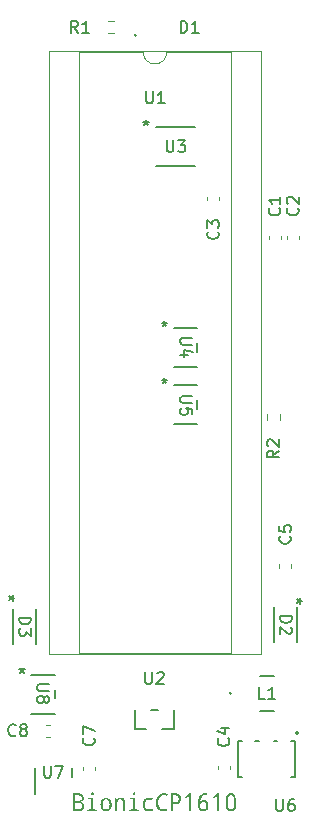
<source format=gbr>
%TF.GenerationSoftware,KiCad,Pcbnew,9.0.7-9.0.7~ubuntu25.10.1*%
%TF.CreationDate,2026-03-01T16:55:49+09:00*%
%TF.ProjectId,bionic-cp1610,62696f6e-6963-42d6-9370-313631302e6b,1*%
%TF.SameCoordinates,Original*%
%TF.FileFunction,Legend,Top*%
%TF.FilePolarity,Positive*%
%FSLAX46Y46*%
G04 Gerber Fmt 4.6, Leading zero omitted, Abs format (unit mm)*
G04 Created by KiCad (PCBNEW 9.0.7-9.0.7~ubuntu25.10.1) date 2026-03-01 16:55:49*
%MOMM*%
%LPD*%
G01*
G04 APERTURE LIST*
%ADD10C,0.150000*%
%ADD11C,0.120000*%
%ADD12C,0.152400*%
%ADD13C,0.200000*%
G04 APERTURE END LIST*
D10*
G36*
X92213894Y-107218757D02*
G01*
X92318812Y-107237766D01*
X92398511Y-107265897D01*
X92458042Y-107301248D01*
X92508129Y-107350779D01*
X92544591Y-107413340D01*
X92567797Y-107491779D01*
X92576183Y-107590309D01*
X92567459Y-107674461D01*
X92542390Y-107746204D01*
X92501041Y-107808296D01*
X92446468Y-107857733D01*
X92379651Y-107892961D01*
X92297843Y-107913717D01*
X92297843Y-107923975D01*
X92402621Y-107952084D01*
X92481443Y-107992558D01*
X92539620Y-108043906D01*
X92580737Y-108106517D01*
X92606258Y-108182617D01*
X92615335Y-108275960D01*
X92607070Y-108376121D01*
X92583604Y-108461079D01*
X92545870Y-108533716D01*
X92493348Y-108596070D01*
X92429789Y-108645134D01*
X92354787Y-108681292D01*
X92266141Y-108704173D01*
X92161067Y-108712300D01*
X91657048Y-108712300D01*
X91657048Y-108549359D01*
X91835882Y-108549359D01*
X92129523Y-108549359D01*
X92228518Y-108539923D01*
X92301850Y-108514630D01*
X92355603Y-108476164D01*
X92393852Y-108424484D01*
X92418084Y-108356843D01*
X92426926Y-108268266D01*
X92418245Y-108188342D01*
X92394183Y-108126395D01*
X92355487Y-108078112D01*
X92299932Y-108041429D01*
X92222709Y-108016919D01*
X92117043Y-108007689D01*
X91835882Y-108007689D01*
X91835882Y-108549359D01*
X91657048Y-108549359D01*
X91657048Y-107844749D01*
X91835882Y-107844749D01*
X92107554Y-107844749D01*
X92206248Y-107837185D01*
X92276409Y-107817452D01*
X92325113Y-107788695D01*
X92361487Y-107745917D01*
X92384818Y-107686021D01*
X92393501Y-107603040D01*
X92384440Y-107525508D01*
X92359761Y-107468828D01*
X92320326Y-107427643D01*
X92268769Y-107400616D01*
X92193979Y-107381844D01*
X92088405Y-107374612D01*
X91835882Y-107374612D01*
X91835882Y-107844749D01*
X91657048Y-107844749D01*
X91657048Y-107211671D01*
X92077890Y-107211671D01*
X92213894Y-107218757D01*
G37*
G36*
X93308276Y-107123744D02*
G01*
X93353723Y-107131464D01*
X93383716Y-107152234D01*
X93402502Y-107186656D01*
X93409661Y-107240431D01*
X93401482Y-107294134D01*
X93379485Y-107329091D01*
X93346700Y-107350910D01*
X93308276Y-107358217D01*
X93262409Y-107350425D01*
X93232138Y-107329460D01*
X93213176Y-107294714D01*
X93205950Y-107240431D01*
X93213146Y-107186750D01*
X93232058Y-107152322D01*
X93262324Y-107131497D01*
X93308276Y-107123744D01*
G37*
G36*
X93220226Y-107733374D02*
G01*
X92963002Y-107712033D01*
X92963002Y-107586828D01*
X93394359Y-107586828D01*
X93394359Y-108565754D01*
X93730999Y-108586270D01*
X93730999Y-108712300D01*
X92891280Y-108712300D01*
X92891280Y-108586270D01*
X93220226Y-108565754D01*
X93220226Y-107733374D01*
G37*
G36*
X94568365Y-107579577D02*
G01*
X94657565Y-107609447D01*
X94737007Y-107658495D01*
X94808367Y-107728153D01*
X94864909Y-107811133D01*
X94906223Y-107907395D01*
X94932149Y-108019441D01*
X94941296Y-108150480D01*
X94932130Y-108286102D01*
X94906330Y-108400435D01*
X94865565Y-108497097D01*
X94810247Y-108578943D01*
X94740022Y-108647004D01*
X94659895Y-108695464D01*
X94567902Y-108725317D01*
X94461212Y-108735747D01*
X94360818Y-108725432D01*
X94272148Y-108695556D01*
X94192800Y-108646380D01*
X94121153Y-108576378D01*
X94064503Y-108493090D01*
X94023049Y-108396179D01*
X93996998Y-108283073D01*
X93987796Y-108150480D01*
X94167571Y-108150480D01*
X94175629Y-108280561D01*
X94197272Y-108379617D01*
X94229677Y-108454085D01*
X94271518Y-108509093D01*
X94323143Y-108548074D01*
X94386522Y-108572371D01*
X94464974Y-108581050D01*
X94543116Y-108572385D01*
X94606267Y-108548123D01*
X94657728Y-108509183D01*
X94699458Y-108454203D01*
X94731790Y-108379737D01*
X94753392Y-108280645D01*
X94761435Y-108150480D01*
X94753398Y-108021948D01*
X94731793Y-107923960D01*
X94699405Y-107850179D01*
X94657514Y-107795574D01*
X94605728Y-107756802D01*
X94542036Y-107732596D01*
X94463093Y-107723940D01*
X94385078Y-107732552D01*
X94322073Y-107756655D01*
X94270775Y-107795308D01*
X94229219Y-107849829D01*
X94197048Y-107923603D01*
X94175567Y-108021697D01*
X94167571Y-108150480D01*
X93987796Y-108150480D01*
X93996866Y-108015782D01*
X94022389Y-107902245D01*
X94062706Y-107806276D01*
X94117392Y-107725039D01*
X94186893Y-107657605D01*
X94266798Y-107609443D01*
X94359164Y-107579674D01*
X94466940Y-107569243D01*
X94568365Y-107579577D01*
G37*
G36*
X95900950Y-108712300D02*
G01*
X95900950Y-107989646D01*
X95893450Y-107901943D01*
X95873279Y-107836669D01*
X95842429Y-107788513D01*
X95800686Y-107753999D01*
X95745686Y-107731998D01*
X95673304Y-107723940D01*
X95595030Y-107732332D01*
X95532087Y-107755744D01*
X95481135Y-107793090D01*
X95440119Y-107845428D01*
X95408543Y-107915809D01*
X95387546Y-108008916D01*
X95379748Y-108130696D01*
X95379748Y-108712300D01*
X95205701Y-108712300D01*
X95205701Y-107586828D01*
X95346324Y-107586828D01*
X95372140Y-107741343D01*
X95381715Y-107741343D01*
X95425373Y-107680177D01*
X95477786Y-107633030D01*
X95540090Y-107598626D01*
X95614264Y-107576947D01*
X95702967Y-107569243D01*
X95807654Y-107578751D01*
X95889901Y-107604833D01*
X95954414Y-107645286D01*
X96004540Y-107700027D01*
X96041891Y-107771094D01*
X96066128Y-107862375D01*
X96074998Y-107979205D01*
X96074998Y-108712300D01*
X95900950Y-108712300D01*
G37*
G36*
X96832993Y-107123744D02*
G01*
X96878441Y-107131464D01*
X96908433Y-107152234D01*
X96927220Y-107186656D01*
X96934379Y-107240431D01*
X96926199Y-107294134D01*
X96904202Y-107329091D01*
X96871418Y-107350910D01*
X96832993Y-107358217D01*
X96787126Y-107350425D01*
X96756855Y-107329460D01*
X96737894Y-107294714D01*
X96730668Y-107240431D01*
X96737864Y-107186750D01*
X96756775Y-107152322D01*
X96787041Y-107131497D01*
X96832993Y-107123744D01*
G37*
G36*
X96744944Y-107733374D02*
G01*
X96487720Y-107712033D01*
X96487720Y-107586828D01*
X96919077Y-107586828D01*
X96919077Y-108565754D01*
X97255717Y-108586270D01*
X97255717Y-108712300D01*
X96415998Y-108712300D01*
X96415998Y-108586270D01*
X96744944Y-108565754D01*
X96744944Y-107733374D01*
G37*
G36*
X98417201Y-107629693D02*
G01*
X98357875Y-107791626D01*
X98260750Y-107757163D01*
X98175925Y-107738114D01*
X98101591Y-107732183D01*
X98003603Y-107741624D01*
X97925996Y-107767670D01*
X97864452Y-107808456D01*
X97816031Y-107864324D01*
X97779525Y-107937762D01*
X97755623Y-108033095D01*
X97746828Y-108156067D01*
X97755428Y-108277239D01*
X97778784Y-108371083D01*
X97814417Y-108443279D01*
X97861608Y-108498113D01*
X97921494Y-108538081D01*
X97996903Y-108563573D01*
X98092016Y-108572806D01*
X98191119Y-108565981D01*
X98293171Y-108545100D01*
X98398993Y-108509242D01*
X98398993Y-108673190D01*
X98311634Y-108706637D01*
X98207749Y-108728082D01*
X98084323Y-108735747D01*
X97962229Y-108725356D01*
X97860209Y-108696147D01*
X97774618Y-108649877D01*
X97702718Y-108586637D01*
X97645754Y-108508213D01*
X97603551Y-108413174D01*
X97576621Y-108298109D01*
X97566968Y-108158631D01*
X97573400Y-108040918D01*
X97591514Y-107940557D01*
X97619962Y-107854978D01*
X97658020Y-107781999D01*
X97705624Y-107719910D01*
X97778920Y-107656106D01*
X97866350Y-107609338D01*
X97970749Y-107579771D01*
X98095863Y-107569243D01*
X98208282Y-107576092D01*
X98315113Y-107596312D01*
X98417201Y-107629693D01*
G37*
G36*
X99652374Y-108508235D02*
G01*
X99652374Y-108675022D01*
X99557616Y-108707395D01*
X99444556Y-108728267D01*
X99310007Y-108735747D01*
X99191435Y-108726791D01*
X99089271Y-108701356D01*
X99000878Y-108660831D01*
X98924149Y-108605536D01*
X98857620Y-108534704D01*
X98804272Y-108453294D01*
X98761194Y-108357854D01*
X98728791Y-108246206D01*
X98708102Y-108115714D01*
X98700755Y-107963359D01*
X98708477Y-107819250D01*
X98730455Y-107693295D01*
X98765363Y-107582997D01*
X98812514Y-107486221D01*
X98871896Y-107401265D01*
X98944293Y-107327614D01*
X99025730Y-107270474D01*
X99117469Y-107228937D01*
X99221330Y-107203104D01*
X99339584Y-107194086D01*
X99477848Y-107204507D01*
X99599053Y-107234323D01*
X99705888Y-107282197D01*
X99631259Y-107442023D01*
X99531087Y-107396806D01*
X99434270Y-107370679D01*
X99339584Y-107362156D01*
X99239848Y-107372787D01*
X99153630Y-107403352D01*
X99078140Y-107453419D01*
X99011579Y-107524638D01*
X98960233Y-107608533D01*
X98922076Y-107707836D01*
X98897805Y-107825446D01*
X98889164Y-107964916D01*
X98897621Y-108114361D01*
X98920945Y-108235855D01*
X98956787Y-108334211D01*
X99003885Y-108413438D01*
X99066294Y-108479575D01*
X99141173Y-108527222D01*
X99231062Y-108557068D01*
X99339670Y-108567677D01*
X99421951Y-108562085D01*
X99524869Y-108543366D01*
X99652374Y-108508235D01*
G37*
G36*
X100435649Y-107220399D02*
G01*
X100538095Y-107244281D01*
X100619155Y-107280710D01*
X100682763Y-107328354D01*
X100731756Y-107387278D01*
X100767633Y-107458939D01*
X100790400Y-107546030D01*
X100798557Y-107652224D01*
X100789521Y-107763210D01*
X100763936Y-107856840D01*
X100722934Y-107936394D01*
X100666055Y-108004209D01*
X100597227Y-108056689D01*
X100512496Y-108096139D01*
X100408531Y-108121597D01*
X100281202Y-108130788D01*
X100098520Y-108130788D01*
X100098520Y-108712300D01*
X99920626Y-108712300D01*
X99920626Y-107967847D01*
X100098520Y-107967847D01*
X100261113Y-107967847D01*
X100358907Y-107962012D01*
X100433780Y-107946376D01*
X100490272Y-107923174D01*
X100532186Y-107893750D01*
X100566409Y-107853836D01*
X100591773Y-107803576D01*
X100608083Y-107740652D01*
X100613995Y-107661933D01*
X100604679Y-107572657D01*
X100578996Y-107503952D01*
X100538064Y-107450909D01*
X100479893Y-107411001D01*
X100399746Y-107384535D01*
X100290776Y-107374612D01*
X100098520Y-107374612D01*
X100098520Y-107967847D01*
X99920626Y-107967847D01*
X99920626Y-107211671D01*
X100307018Y-107211671D01*
X100435649Y-107220399D01*
G37*
G36*
X101652125Y-108712300D02*
G01*
X101483805Y-108712300D01*
X101483805Y-107775414D01*
X101491498Y-107404929D01*
X101375752Y-107521066D01*
X101235129Y-107645447D01*
X101142378Y-107519051D01*
X101508681Y-107211671D01*
X101652125Y-107211671D01*
X101652125Y-108712300D01*
G37*
G36*
X102955557Y-107199476D02*
G01*
X103025014Y-107213595D01*
X103025014Y-107372414D01*
X102954057Y-107358116D01*
X102866268Y-107352905D01*
X102760485Y-107362884D01*
X102673927Y-107390783D01*
X102602792Y-107434966D01*
X102544417Y-107495787D01*
X102500877Y-107568733D01*
X102465593Y-107664724D01*
X102440190Y-107789209D01*
X102427303Y-107948613D01*
X102438758Y-107948613D01*
X102479817Y-107885610D01*
X102528481Y-107837799D01*
X102585563Y-107803407D01*
X102652741Y-107781973D01*
X102732399Y-107774407D01*
X102824442Y-107782778D01*
X102902172Y-107806470D01*
X102968244Y-107844368D01*
X103024586Y-107896773D01*
X103069320Y-107960841D01*
X103102161Y-108036310D01*
X103122891Y-108125384D01*
X103130246Y-108230897D01*
X103122203Y-108347857D01*
X103099554Y-108446470D01*
X103063723Y-108529883D01*
X103015012Y-108600558D01*
X102953399Y-108658998D01*
X102882628Y-108700812D01*
X102800894Y-108726682D01*
X102705642Y-108735747D01*
X102623917Y-108728521D01*
X102551229Y-108707634D01*
X102485956Y-108673557D01*
X102426880Y-108625793D01*
X102373276Y-108562914D01*
X102322163Y-108474358D01*
X102283465Y-108366132D01*
X102258434Y-108234308D01*
X102256161Y-108193986D01*
X102423456Y-108193986D01*
X102432429Y-108295301D01*
X102458356Y-108384328D01*
X102500905Y-108463538D01*
X102543701Y-108514136D01*
X102590996Y-108548932D01*
X102643760Y-108569771D01*
X102703676Y-108576928D01*
X102780644Y-108566338D01*
X102842751Y-108536297D01*
X102893538Y-108486619D01*
X102929753Y-108422346D01*
X102953279Y-108338613D01*
X102961926Y-108229981D01*
X102953685Y-108133045D01*
X102931206Y-108058374D01*
X102896359Y-108001003D01*
X102848068Y-107957546D01*
X102787043Y-107930613D01*
X102709403Y-107920953D01*
X102631514Y-107930520D01*
X102564438Y-107958170D01*
X102505692Y-108004117D01*
X102458980Y-108063892D01*
X102432307Y-108126505D01*
X102423456Y-108193986D01*
X102256161Y-108193986D01*
X102249408Y-108074185D01*
X102257712Y-107880966D01*
X102280722Y-107720841D01*
X102316033Y-107588949D01*
X102361906Y-107480988D01*
X102417355Y-107393306D01*
X102482220Y-107323043D01*
X102557176Y-107268281D01*
X102643690Y-107228165D01*
X102743912Y-107202969D01*
X102860541Y-107194086D01*
X102955557Y-107199476D01*
G37*
G36*
X104001936Y-108712300D02*
G01*
X103833616Y-108712300D01*
X103833616Y-107775414D01*
X103841310Y-107404929D01*
X103725563Y-107521066D01*
X103584940Y-107645447D01*
X103492189Y-107519051D01*
X103858492Y-107211671D01*
X104001936Y-107211671D01*
X104001936Y-108712300D01*
G37*
G36*
X105123748Y-107196605D02*
G01*
X105198642Y-107220627D01*
X105264150Y-107259659D01*
X105321831Y-107314488D01*
X105372432Y-107387252D01*
X105418175Y-107486987D01*
X105453755Y-107612314D01*
X105477221Y-107768471D01*
X105485785Y-107961436D01*
X105477685Y-108155562D01*
X105455573Y-108311194D01*
X105422250Y-108434598D01*
X105379771Y-108531305D01*
X105329321Y-108605977D01*
X105271104Y-108662209D01*
X105204312Y-108702301D01*
X105127198Y-108727067D01*
X105037245Y-108735747D01*
X104952025Y-108727410D01*
X104878060Y-108703481D01*
X104813175Y-108664531D01*
X104755857Y-108609706D01*
X104705392Y-108536811D01*
X104659892Y-108437081D01*
X104624469Y-108311591D01*
X104601089Y-108155052D01*
X104592552Y-107961436D01*
X104592571Y-107960978D01*
X104769420Y-107960978D01*
X104774709Y-108133471D01*
X104788759Y-108264634D01*
X104809155Y-108362128D01*
X104833962Y-108432764D01*
X104872378Y-108497778D01*
X104918097Y-108541622D01*
X104972160Y-108567812D01*
X105037245Y-108576928D01*
X105103265Y-108567761D01*
X105158169Y-108541430D01*
X105204648Y-108497397D01*
X105243777Y-108432214D01*
X105269190Y-108361275D01*
X105290039Y-108263705D01*
X105304379Y-108132791D01*
X105309771Y-107960978D01*
X105304390Y-107790311D01*
X105290067Y-107660029D01*
X105269221Y-107562710D01*
X105243777Y-107491757D01*
X105204648Y-107426574D01*
X105158169Y-107382541D01*
X105103265Y-107356210D01*
X105037245Y-107347043D01*
X104972130Y-107356139D01*
X104918060Y-107382263D01*
X104872353Y-107425973D01*
X104833962Y-107490749D01*
X104809155Y-107561127D01*
X104788760Y-107658284D01*
X104774709Y-107789017D01*
X104769420Y-107960978D01*
X104592571Y-107960978D01*
X104600608Y-107767307D01*
X104622591Y-107611743D01*
X104655709Y-107488464D01*
X104697902Y-107391924D01*
X104747976Y-107317446D01*
X104805709Y-107261412D01*
X104871887Y-107221496D01*
X104948236Y-107196857D01*
X105037245Y-107188224D01*
X105123748Y-107196605D01*
G37*
X86802933Y-102277180D02*
X86755314Y-102324800D01*
X86755314Y-102324800D02*
X86612457Y-102372419D01*
X86612457Y-102372419D02*
X86517219Y-102372419D01*
X86517219Y-102372419D02*
X86374362Y-102324800D01*
X86374362Y-102324800D02*
X86279124Y-102229561D01*
X86279124Y-102229561D02*
X86231505Y-102134323D01*
X86231505Y-102134323D02*
X86183886Y-101943847D01*
X86183886Y-101943847D02*
X86183886Y-101800990D01*
X86183886Y-101800990D02*
X86231505Y-101610514D01*
X86231505Y-101610514D02*
X86279124Y-101515276D01*
X86279124Y-101515276D02*
X86374362Y-101420038D01*
X86374362Y-101420038D02*
X86517219Y-101372419D01*
X86517219Y-101372419D02*
X86612457Y-101372419D01*
X86612457Y-101372419D02*
X86755314Y-101420038D01*
X86755314Y-101420038D02*
X86802933Y-101467657D01*
X87374362Y-101800990D02*
X87279124Y-101753371D01*
X87279124Y-101753371D02*
X87231505Y-101705752D01*
X87231505Y-101705752D02*
X87183886Y-101610514D01*
X87183886Y-101610514D02*
X87183886Y-101562895D01*
X87183886Y-101562895D02*
X87231505Y-101467657D01*
X87231505Y-101467657D02*
X87279124Y-101420038D01*
X87279124Y-101420038D02*
X87374362Y-101372419D01*
X87374362Y-101372419D02*
X87564838Y-101372419D01*
X87564838Y-101372419D02*
X87660076Y-101420038D01*
X87660076Y-101420038D02*
X87707695Y-101467657D01*
X87707695Y-101467657D02*
X87755314Y-101562895D01*
X87755314Y-101562895D02*
X87755314Y-101610514D01*
X87755314Y-101610514D02*
X87707695Y-101705752D01*
X87707695Y-101705752D02*
X87660076Y-101753371D01*
X87660076Y-101753371D02*
X87564838Y-101800990D01*
X87564838Y-101800990D02*
X87374362Y-101800990D01*
X87374362Y-101800990D02*
X87279124Y-101848609D01*
X87279124Y-101848609D02*
X87231505Y-101896228D01*
X87231505Y-101896228D02*
X87183886Y-101991466D01*
X87183886Y-101991466D02*
X87183886Y-102181942D01*
X87183886Y-102181942D02*
X87231505Y-102277180D01*
X87231505Y-102277180D02*
X87279124Y-102324800D01*
X87279124Y-102324800D02*
X87374362Y-102372419D01*
X87374362Y-102372419D02*
X87564838Y-102372419D01*
X87564838Y-102372419D02*
X87660076Y-102324800D01*
X87660076Y-102324800D02*
X87707695Y-102277180D01*
X87707695Y-102277180D02*
X87755314Y-102181942D01*
X87755314Y-102181942D02*
X87755314Y-101991466D01*
X87755314Y-101991466D02*
X87707695Y-101896228D01*
X87707695Y-101896228D02*
X87660076Y-101848609D01*
X87660076Y-101848609D02*
X87564838Y-101800990D01*
X92086133Y-42809419D02*
X91752800Y-42333228D01*
X91514705Y-42809419D02*
X91514705Y-41809419D01*
X91514705Y-41809419D02*
X91895657Y-41809419D01*
X91895657Y-41809419D02*
X91990895Y-41857038D01*
X91990895Y-41857038D02*
X92038514Y-41904657D01*
X92038514Y-41904657D02*
X92086133Y-41999895D01*
X92086133Y-41999895D02*
X92086133Y-42142752D01*
X92086133Y-42142752D02*
X92038514Y-42237990D01*
X92038514Y-42237990D02*
X91990895Y-42285609D01*
X91990895Y-42285609D02*
X91895657Y-42333228D01*
X91895657Y-42333228D02*
X91514705Y-42333228D01*
X93038514Y-42809419D02*
X92467086Y-42809419D01*
X92752800Y-42809419D02*
X92752800Y-41809419D01*
X92752800Y-41809419D02*
X92657562Y-41952276D01*
X92657562Y-41952276D02*
X92562324Y-42047514D01*
X92562324Y-42047514D02*
X92467086Y-42095133D01*
X93399780Y-102541466D02*
X93447400Y-102589085D01*
X93447400Y-102589085D02*
X93495019Y-102731942D01*
X93495019Y-102731942D02*
X93495019Y-102827180D01*
X93495019Y-102827180D02*
X93447400Y-102970037D01*
X93447400Y-102970037D02*
X93352161Y-103065275D01*
X93352161Y-103065275D02*
X93256923Y-103112894D01*
X93256923Y-103112894D02*
X93066447Y-103160513D01*
X93066447Y-103160513D02*
X92923590Y-103160513D01*
X92923590Y-103160513D02*
X92733114Y-103112894D01*
X92733114Y-103112894D02*
X92637876Y-103065275D01*
X92637876Y-103065275D02*
X92542638Y-102970037D01*
X92542638Y-102970037D02*
X92495019Y-102827180D01*
X92495019Y-102827180D02*
X92495019Y-102731942D01*
X92495019Y-102731942D02*
X92542638Y-102589085D01*
X92542638Y-102589085D02*
X92590257Y-102541466D01*
X92495019Y-102208132D02*
X92495019Y-101541466D01*
X92495019Y-101541466D02*
X93495019Y-101970037D01*
X109122380Y-57660766D02*
X109170000Y-57708385D01*
X109170000Y-57708385D02*
X109217619Y-57851242D01*
X109217619Y-57851242D02*
X109217619Y-57946480D01*
X109217619Y-57946480D02*
X109170000Y-58089337D01*
X109170000Y-58089337D02*
X109074761Y-58184575D01*
X109074761Y-58184575D02*
X108979523Y-58232194D01*
X108979523Y-58232194D02*
X108789047Y-58279813D01*
X108789047Y-58279813D02*
X108646190Y-58279813D01*
X108646190Y-58279813D02*
X108455714Y-58232194D01*
X108455714Y-58232194D02*
X108360476Y-58184575D01*
X108360476Y-58184575D02*
X108265238Y-58089337D01*
X108265238Y-58089337D02*
X108217619Y-57946480D01*
X108217619Y-57946480D02*
X108217619Y-57851242D01*
X108217619Y-57851242D02*
X108265238Y-57708385D01*
X108265238Y-57708385D02*
X108312857Y-57660766D01*
X109217619Y-56708385D02*
X109217619Y-57279813D01*
X109217619Y-56994099D02*
X108217619Y-56994099D01*
X108217619Y-56994099D02*
X108360476Y-57089337D01*
X108360476Y-57089337D02*
X108455714Y-57184575D01*
X108455714Y-57184575D02*
X108503333Y-57279813D01*
X107910333Y-99197419D02*
X107434143Y-99197419D01*
X107434143Y-99197419D02*
X107434143Y-98197419D01*
X108767476Y-99197419D02*
X108196048Y-99197419D01*
X108481762Y-99197419D02*
X108481762Y-98197419D01*
X108481762Y-98197419D02*
X108386524Y-98340276D01*
X108386524Y-98340276D02*
X108291286Y-98435514D01*
X108291286Y-98435514D02*
X108196048Y-98483133D01*
X97840895Y-47778419D02*
X97840895Y-48587942D01*
X97840895Y-48587942D02*
X97888514Y-48683180D01*
X97888514Y-48683180D02*
X97936133Y-48730800D01*
X97936133Y-48730800D02*
X98031371Y-48778419D01*
X98031371Y-48778419D02*
X98221847Y-48778419D01*
X98221847Y-48778419D02*
X98317085Y-48730800D01*
X98317085Y-48730800D02*
X98364704Y-48683180D01*
X98364704Y-48683180D02*
X98412323Y-48587942D01*
X98412323Y-48587942D02*
X98412323Y-47778419D01*
X99412323Y-48778419D02*
X98840895Y-48778419D01*
X99126609Y-48778419D02*
X99126609Y-47778419D01*
X99126609Y-47778419D02*
X99031371Y-47921276D01*
X99031371Y-47921276D02*
X98936133Y-48016514D01*
X98936133Y-48016514D02*
X98840895Y-48064133D01*
X109090619Y-78208266D02*
X108614428Y-78541599D01*
X109090619Y-78779694D02*
X108090619Y-78779694D01*
X108090619Y-78779694D02*
X108090619Y-78398742D01*
X108090619Y-78398742D02*
X108138238Y-78303504D01*
X108138238Y-78303504D02*
X108185857Y-78255885D01*
X108185857Y-78255885D02*
X108281095Y-78208266D01*
X108281095Y-78208266D02*
X108423952Y-78208266D01*
X108423952Y-78208266D02*
X108519190Y-78255885D01*
X108519190Y-78255885D02*
X108566809Y-78303504D01*
X108566809Y-78303504D02*
X108614428Y-78398742D01*
X108614428Y-78398742D02*
X108614428Y-78779694D01*
X108185857Y-77827313D02*
X108138238Y-77779694D01*
X108138238Y-77779694D02*
X108090619Y-77684456D01*
X108090619Y-77684456D02*
X108090619Y-77446361D01*
X108090619Y-77446361D02*
X108138238Y-77351123D01*
X108138238Y-77351123D02*
X108185857Y-77303504D01*
X108185857Y-77303504D02*
X108281095Y-77255885D01*
X108281095Y-77255885D02*
X108376333Y-77255885D01*
X108376333Y-77255885D02*
X108519190Y-77303504D01*
X108519190Y-77303504D02*
X109090619Y-77874932D01*
X109090619Y-77874932D02*
X109090619Y-77255885D01*
X104804380Y-102566866D02*
X104852000Y-102614485D01*
X104852000Y-102614485D02*
X104899619Y-102757342D01*
X104899619Y-102757342D02*
X104899619Y-102852580D01*
X104899619Y-102852580D02*
X104852000Y-102995437D01*
X104852000Y-102995437D02*
X104756761Y-103090675D01*
X104756761Y-103090675D02*
X104661523Y-103138294D01*
X104661523Y-103138294D02*
X104471047Y-103185913D01*
X104471047Y-103185913D02*
X104328190Y-103185913D01*
X104328190Y-103185913D02*
X104137714Y-103138294D01*
X104137714Y-103138294D02*
X104042476Y-103090675D01*
X104042476Y-103090675D02*
X103947238Y-102995437D01*
X103947238Y-102995437D02*
X103899619Y-102852580D01*
X103899619Y-102852580D02*
X103899619Y-102757342D01*
X103899619Y-102757342D02*
X103947238Y-102614485D01*
X103947238Y-102614485D02*
X103994857Y-102566866D01*
X104232952Y-101709723D02*
X104899619Y-101709723D01*
X103852000Y-101947818D02*
X104566285Y-102185913D01*
X104566285Y-102185913D02*
X104566285Y-101566866D01*
X103915380Y-59666266D02*
X103963000Y-59713885D01*
X103963000Y-59713885D02*
X104010619Y-59856742D01*
X104010619Y-59856742D02*
X104010619Y-59951980D01*
X104010619Y-59951980D02*
X103963000Y-60094837D01*
X103963000Y-60094837D02*
X103867761Y-60190075D01*
X103867761Y-60190075D02*
X103772523Y-60237694D01*
X103772523Y-60237694D02*
X103582047Y-60285313D01*
X103582047Y-60285313D02*
X103439190Y-60285313D01*
X103439190Y-60285313D02*
X103248714Y-60237694D01*
X103248714Y-60237694D02*
X103153476Y-60190075D01*
X103153476Y-60190075D02*
X103058238Y-60094837D01*
X103058238Y-60094837D02*
X103010619Y-59951980D01*
X103010619Y-59951980D02*
X103010619Y-59856742D01*
X103010619Y-59856742D02*
X103058238Y-59713885D01*
X103058238Y-59713885D02*
X103105857Y-59666266D01*
X103010619Y-59332932D02*
X103010619Y-58713885D01*
X103010619Y-58713885D02*
X103391571Y-59047218D01*
X103391571Y-59047218D02*
X103391571Y-58904361D01*
X103391571Y-58904361D02*
X103439190Y-58809123D01*
X103439190Y-58809123D02*
X103486809Y-58761504D01*
X103486809Y-58761504D02*
X103582047Y-58713885D01*
X103582047Y-58713885D02*
X103820142Y-58713885D01*
X103820142Y-58713885D02*
X103915380Y-58761504D01*
X103915380Y-58761504D02*
X103963000Y-58809123D01*
X103963000Y-58809123D02*
X104010619Y-58904361D01*
X104010619Y-58904361D02*
X104010619Y-59190075D01*
X104010619Y-59190075D02*
X103963000Y-59285313D01*
X103963000Y-59285313D02*
X103915380Y-59332932D01*
X108864495Y-107697019D02*
X108864495Y-108506542D01*
X108864495Y-108506542D02*
X108912114Y-108601780D01*
X108912114Y-108601780D02*
X108959733Y-108649400D01*
X108959733Y-108649400D02*
X109054971Y-108697019D01*
X109054971Y-108697019D02*
X109245447Y-108697019D01*
X109245447Y-108697019D02*
X109340685Y-108649400D01*
X109340685Y-108649400D02*
X109388304Y-108601780D01*
X109388304Y-108601780D02*
X109435923Y-108506542D01*
X109435923Y-108506542D02*
X109435923Y-107697019D01*
X110340685Y-107697019D02*
X110150209Y-107697019D01*
X110150209Y-107697019D02*
X110054971Y-107744638D01*
X110054971Y-107744638D02*
X110007352Y-107792257D01*
X110007352Y-107792257D02*
X109912114Y-107935114D01*
X109912114Y-107935114D02*
X109864495Y-108125590D01*
X109864495Y-108125590D02*
X109864495Y-108506542D01*
X109864495Y-108506542D02*
X109912114Y-108601780D01*
X109912114Y-108601780D02*
X109959733Y-108649400D01*
X109959733Y-108649400D02*
X110054971Y-108697019D01*
X110054971Y-108697019D02*
X110245447Y-108697019D01*
X110245447Y-108697019D02*
X110340685Y-108649400D01*
X110340685Y-108649400D02*
X110388304Y-108601780D01*
X110388304Y-108601780D02*
X110435923Y-108506542D01*
X110435923Y-108506542D02*
X110435923Y-108268447D01*
X110435923Y-108268447D02*
X110388304Y-108173209D01*
X110388304Y-108173209D02*
X110340685Y-108125590D01*
X110340685Y-108125590D02*
X110245447Y-108077971D01*
X110245447Y-108077971D02*
X110054971Y-108077971D01*
X110054971Y-108077971D02*
X109959733Y-108125590D01*
X109959733Y-108125590D02*
X109912114Y-108173209D01*
X109912114Y-108173209D02*
X109864495Y-108268447D01*
X87098980Y-92327605D02*
X88098980Y-92327605D01*
X88098980Y-92327605D02*
X88098980Y-92565700D01*
X88098980Y-92565700D02*
X88051361Y-92708557D01*
X88051361Y-92708557D02*
X87956123Y-92803795D01*
X87956123Y-92803795D02*
X87860885Y-92851414D01*
X87860885Y-92851414D02*
X87670409Y-92899033D01*
X87670409Y-92899033D02*
X87527552Y-92899033D01*
X87527552Y-92899033D02*
X87337076Y-92851414D01*
X87337076Y-92851414D02*
X87241838Y-92803795D01*
X87241838Y-92803795D02*
X87146600Y-92708557D01*
X87146600Y-92708557D02*
X87098980Y-92565700D01*
X87098980Y-92565700D02*
X87098980Y-92327605D01*
X88098980Y-93232367D02*
X88098980Y-93851414D01*
X88098980Y-93851414D02*
X87718028Y-93518081D01*
X87718028Y-93518081D02*
X87718028Y-93660938D01*
X87718028Y-93660938D02*
X87670409Y-93756176D01*
X87670409Y-93756176D02*
X87622790Y-93803795D01*
X87622790Y-93803795D02*
X87527552Y-93851414D01*
X87527552Y-93851414D02*
X87289457Y-93851414D01*
X87289457Y-93851414D02*
X87194219Y-93803795D01*
X87194219Y-93803795D02*
X87146600Y-93756176D01*
X87146600Y-93756176D02*
X87098980Y-93660938D01*
X87098980Y-93660938D02*
X87098980Y-93375224D01*
X87098980Y-93375224D02*
X87146600Y-93279986D01*
X87146600Y-93279986D02*
X87194219Y-93232367D01*
X86701980Y-90690800D02*
X86463885Y-90690800D01*
X86559123Y-90452705D02*
X86463885Y-90690800D01*
X86463885Y-90690800D02*
X86559123Y-90928895D01*
X86273409Y-90547943D02*
X86463885Y-90690800D01*
X86463885Y-90690800D02*
X86273409Y-90833657D01*
X99587195Y-51903019D02*
X99587195Y-52712542D01*
X99587195Y-52712542D02*
X99634814Y-52807780D01*
X99634814Y-52807780D02*
X99682433Y-52855400D01*
X99682433Y-52855400D02*
X99777671Y-52903019D01*
X99777671Y-52903019D02*
X99968147Y-52903019D01*
X99968147Y-52903019D02*
X100063385Y-52855400D01*
X100063385Y-52855400D02*
X100111004Y-52807780D01*
X100111004Y-52807780D02*
X100158623Y-52712542D01*
X100158623Y-52712542D02*
X100158623Y-51903019D01*
X100539576Y-51903019D02*
X101158623Y-51903019D01*
X101158623Y-51903019D02*
X100825290Y-52283971D01*
X100825290Y-52283971D02*
X100968147Y-52283971D01*
X100968147Y-52283971D02*
X101063385Y-52331590D01*
X101063385Y-52331590D02*
X101111004Y-52379209D01*
X101111004Y-52379209D02*
X101158623Y-52474447D01*
X101158623Y-52474447D02*
X101158623Y-52712542D01*
X101158623Y-52712542D02*
X101111004Y-52807780D01*
X101111004Y-52807780D02*
X101063385Y-52855400D01*
X101063385Y-52855400D02*
X100968147Y-52903019D01*
X100968147Y-52903019D02*
X100682433Y-52903019D01*
X100682433Y-52903019D02*
X100587195Y-52855400D01*
X100587195Y-52855400D02*
X100539576Y-52807780D01*
X97849100Y-50203019D02*
X97849100Y-50441114D01*
X97611005Y-50345876D02*
X97849100Y-50441114D01*
X97849100Y-50441114D02*
X98087195Y-50345876D01*
X97706243Y-50631590D02*
X97849100Y-50441114D01*
X97849100Y-50441114D02*
X97991957Y-50631590D01*
X97779895Y-96952019D02*
X97779895Y-97761542D01*
X97779895Y-97761542D02*
X97827514Y-97856780D01*
X97827514Y-97856780D02*
X97875133Y-97904400D01*
X97875133Y-97904400D02*
X97970371Y-97952019D01*
X97970371Y-97952019D02*
X98160847Y-97952019D01*
X98160847Y-97952019D02*
X98256085Y-97904400D01*
X98256085Y-97904400D02*
X98303704Y-97856780D01*
X98303704Y-97856780D02*
X98351323Y-97761542D01*
X98351323Y-97761542D02*
X98351323Y-96952019D01*
X98779895Y-97047257D02*
X98827514Y-96999638D01*
X98827514Y-96999638D02*
X98922752Y-96952019D01*
X98922752Y-96952019D02*
X99160847Y-96952019D01*
X99160847Y-96952019D02*
X99256085Y-96999638D01*
X99256085Y-96999638D02*
X99303704Y-97047257D01*
X99303704Y-97047257D02*
X99351323Y-97142495D01*
X99351323Y-97142495D02*
X99351323Y-97237733D01*
X99351323Y-97237733D02*
X99303704Y-97380590D01*
X99303704Y-97380590D02*
X98732276Y-97952019D01*
X98732276Y-97952019D02*
X99351323Y-97952019D01*
X100785705Y-42809419D02*
X100785705Y-41809419D01*
X100785705Y-41809419D02*
X101023800Y-41809419D01*
X101023800Y-41809419D02*
X101166657Y-41857038D01*
X101166657Y-41857038D02*
X101261895Y-41952276D01*
X101261895Y-41952276D02*
X101309514Y-42047514D01*
X101309514Y-42047514D02*
X101357133Y-42237990D01*
X101357133Y-42237990D02*
X101357133Y-42380847D01*
X101357133Y-42380847D02*
X101309514Y-42571323D01*
X101309514Y-42571323D02*
X101261895Y-42666561D01*
X101261895Y-42666561D02*
X101166657Y-42761800D01*
X101166657Y-42761800D02*
X101023800Y-42809419D01*
X101023800Y-42809419D02*
X100785705Y-42809419D01*
X102309514Y-42809419D02*
X101738086Y-42809419D01*
X102023800Y-42809419D02*
X102023800Y-41809419D01*
X102023800Y-41809419D02*
X101928562Y-41952276D01*
X101928562Y-41952276D02*
X101833324Y-42047514D01*
X101833324Y-42047514D02*
X101738086Y-42095133D01*
X110671780Y-57660766D02*
X110719400Y-57708385D01*
X110719400Y-57708385D02*
X110767019Y-57851242D01*
X110767019Y-57851242D02*
X110767019Y-57946480D01*
X110767019Y-57946480D02*
X110719400Y-58089337D01*
X110719400Y-58089337D02*
X110624161Y-58184575D01*
X110624161Y-58184575D02*
X110528923Y-58232194D01*
X110528923Y-58232194D02*
X110338447Y-58279813D01*
X110338447Y-58279813D02*
X110195590Y-58279813D01*
X110195590Y-58279813D02*
X110005114Y-58232194D01*
X110005114Y-58232194D02*
X109909876Y-58184575D01*
X109909876Y-58184575D02*
X109814638Y-58089337D01*
X109814638Y-58089337D02*
X109767019Y-57946480D01*
X109767019Y-57946480D02*
X109767019Y-57851242D01*
X109767019Y-57851242D02*
X109814638Y-57708385D01*
X109814638Y-57708385D02*
X109862257Y-57660766D01*
X109862257Y-57279813D02*
X109814638Y-57232194D01*
X109814638Y-57232194D02*
X109767019Y-57136956D01*
X109767019Y-57136956D02*
X109767019Y-56898861D01*
X109767019Y-56898861D02*
X109814638Y-56803623D01*
X109814638Y-56803623D02*
X109862257Y-56756004D01*
X109862257Y-56756004D02*
X109957495Y-56708385D01*
X109957495Y-56708385D02*
X110052733Y-56708385D01*
X110052733Y-56708385D02*
X110195590Y-56756004D01*
X110195590Y-56756004D02*
X110767019Y-57327432D01*
X110767019Y-57327432D02*
X110767019Y-56708385D01*
X101745180Y-73591696D02*
X100935657Y-73591696D01*
X100935657Y-73591696D02*
X100840419Y-73639315D01*
X100840419Y-73639315D02*
X100792800Y-73686934D01*
X100792800Y-73686934D02*
X100745180Y-73782172D01*
X100745180Y-73782172D02*
X100745180Y-73972648D01*
X100745180Y-73972648D02*
X100792800Y-74067886D01*
X100792800Y-74067886D02*
X100840419Y-74115505D01*
X100840419Y-74115505D02*
X100935657Y-74163124D01*
X100935657Y-74163124D02*
X101745180Y-74163124D01*
X101745180Y-75115505D02*
X101745180Y-74639315D01*
X101745180Y-74639315D02*
X101268990Y-74591696D01*
X101268990Y-74591696D02*
X101316609Y-74639315D01*
X101316609Y-74639315D02*
X101364228Y-74734553D01*
X101364228Y-74734553D02*
X101364228Y-74972648D01*
X101364228Y-74972648D02*
X101316609Y-75067886D01*
X101316609Y-75067886D02*
X101268990Y-75115505D01*
X101268990Y-75115505D02*
X101173752Y-75163124D01*
X101173752Y-75163124D02*
X100935657Y-75163124D01*
X100935657Y-75163124D02*
X100840419Y-75115505D01*
X100840419Y-75115505D02*
X100792800Y-75067886D01*
X100792800Y-75067886D02*
X100745180Y-74972648D01*
X100745180Y-74972648D02*
X100745180Y-74734553D01*
X100745180Y-74734553D02*
X100792800Y-74639315D01*
X100792800Y-74639315D02*
X100840419Y-74591696D01*
X99400000Y-72047419D02*
X99400000Y-72285514D01*
X99161905Y-72190276D02*
X99400000Y-72285514D01*
X99400000Y-72285514D02*
X99638095Y-72190276D01*
X99257143Y-72475990D02*
X99400000Y-72285514D01*
X99400000Y-72285514D02*
X99542857Y-72475990D01*
X89623030Y-97980696D02*
X88813507Y-97980696D01*
X88813507Y-97980696D02*
X88718269Y-98028315D01*
X88718269Y-98028315D02*
X88670650Y-98075934D01*
X88670650Y-98075934D02*
X88623030Y-98171172D01*
X88623030Y-98171172D02*
X88623030Y-98361648D01*
X88623030Y-98361648D02*
X88670650Y-98456886D01*
X88670650Y-98456886D02*
X88718269Y-98504505D01*
X88718269Y-98504505D02*
X88813507Y-98552124D01*
X88813507Y-98552124D02*
X89623030Y-98552124D01*
X89194459Y-99171172D02*
X89242078Y-99075934D01*
X89242078Y-99075934D02*
X89289697Y-99028315D01*
X89289697Y-99028315D02*
X89384935Y-98980696D01*
X89384935Y-98980696D02*
X89432554Y-98980696D01*
X89432554Y-98980696D02*
X89527792Y-99028315D01*
X89527792Y-99028315D02*
X89575411Y-99075934D01*
X89575411Y-99075934D02*
X89623030Y-99171172D01*
X89623030Y-99171172D02*
X89623030Y-99361648D01*
X89623030Y-99361648D02*
X89575411Y-99456886D01*
X89575411Y-99456886D02*
X89527792Y-99504505D01*
X89527792Y-99504505D02*
X89432554Y-99552124D01*
X89432554Y-99552124D02*
X89384935Y-99552124D01*
X89384935Y-99552124D02*
X89289697Y-99504505D01*
X89289697Y-99504505D02*
X89242078Y-99456886D01*
X89242078Y-99456886D02*
X89194459Y-99361648D01*
X89194459Y-99361648D02*
X89194459Y-99171172D01*
X89194459Y-99171172D02*
X89146840Y-99075934D01*
X89146840Y-99075934D02*
X89099221Y-99028315D01*
X89099221Y-99028315D02*
X89003983Y-98980696D01*
X89003983Y-98980696D02*
X88813507Y-98980696D01*
X88813507Y-98980696D02*
X88718269Y-99028315D01*
X88718269Y-99028315D02*
X88670650Y-99075934D01*
X88670650Y-99075934D02*
X88623030Y-99171172D01*
X88623030Y-99171172D02*
X88623030Y-99361648D01*
X88623030Y-99361648D02*
X88670650Y-99456886D01*
X88670650Y-99456886D02*
X88718269Y-99504505D01*
X88718269Y-99504505D02*
X88813507Y-99552124D01*
X88813507Y-99552124D02*
X89003983Y-99552124D01*
X89003983Y-99552124D02*
X89099221Y-99504505D01*
X89099221Y-99504505D02*
X89146840Y-99456886D01*
X89146840Y-99456886D02*
X89194459Y-99361648D01*
X87335000Y-96563419D02*
X87335000Y-96801514D01*
X87096905Y-96706276D02*
X87335000Y-96801514D01*
X87335000Y-96801514D02*
X87573095Y-96706276D01*
X87192143Y-96991990D02*
X87335000Y-96801514D01*
X87335000Y-96801514D02*
X87477857Y-96991990D01*
X110011380Y-85447266D02*
X110059000Y-85494885D01*
X110059000Y-85494885D02*
X110106619Y-85637742D01*
X110106619Y-85637742D02*
X110106619Y-85732980D01*
X110106619Y-85732980D02*
X110059000Y-85875837D01*
X110059000Y-85875837D02*
X109963761Y-85971075D01*
X109963761Y-85971075D02*
X109868523Y-86018694D01*
X109868523Y-86018694D02*
X109678047Y-86066313D01*
X109678047Y-86066313D02*
X109535190Y-86066313D01*
X109535190Y-86066313D02*
X109344714Y-86018694D01*
X109344714Y-86018694D02*
X109249476Y-85971075D01*
X109249476Y-85971075D02*
X109154238Y-85875837D01*
X109154238Y-85875837D02*
X109106619Y-85732980D01*
X109106619Y-85732980D02*
X109106619Y-85637742D01*
X109106619Y-85637742D02*
X109154238Y-85494885D01*
X109154238Y-85494885D02*
X109201857Y-85447266D01*
X109106619Y-84542504D02*
X109106619Y-85018694D01*
X109106619Y-85018694D02*
X109582809Y-85066313D01*
X109582809Y-85066313D02*
X109535190Y-85018694D01*
X109535190Y-85018694D02*
X109487571Y-84923456D01*
X109487571Y-84923456D02*
X109487571Y-84685361D01*
X109487571Y-84685361D02*
X109535190Y-84590123D01*
X109535190Y-84590123D02*
X109582809Y-84542504D01*
X109582809Y-84542504D02*
X109678047Y-84494885D01*
X109678047Y-84494885D02*
X109916142Y-84494885D01*
X109916142Y-84494885D02*
X110011380Y-84542504D01*
X110011380Y-84542504D02*
X110059000Y-84590123D01*
X110059000Y-84590123D02*
X110106619Y-84685361D01*
X110106619Y-84685361D02*
X110106619Y-84923456D01*
X110106619Y-84923456D02*
X110059000Y-85018694D01*
X110059000Y-85018694D02*
X110011380Y-85066313D01*
X89209894Y-104879417D02*
X89209894Y-105688940D01*
X89209894Y-105688940D02*
X89257513Y-105784178D01*
X89257513Y-105784178D02*
X89305132Y-105831798D01*
X89305132Y-105831798D02*
X89400370Y-105879417D01*
X89400370Y-105879417D02*
X89590846Y-105879417D01*
X89590846Y-105879417D02*
X89686084Y-105831798D01*
X89686084Y-105831798D02*
X89733703Y-105784178D01*
X89733703Y-105784178D02*
X89781322Y-105688940D01*
X89781322Y-105688940D02*
X89781322Y-104879417D01*
X90162275Y-104879417D02*
X90828941Y-104879417D01*
X90828941Y-104879417D02*
X90400370Y-105879417D01*
X101745180Y-68643696D02*
X100935657Y-68643696D01*
X100935657Y-68643696D02*
X100840419Y-68691315D01*
X100840419Y-68691315D02*
X100792800Y-68738934D01*
X100792800Y-68738934D02*
X100745180Y-68834172D01*
X100745180Y-68834172D02*
X100745180Y-69024648D01*
X100745180Y-69024648D02*
X100792800Y-69119886D01*
X100792800Y-69119886D02*
X100840419Y-69167505D01*
X100840419Y-69167505D02*
X100935657Y-69215124D01*
X100935657Y-69215124D02*
X101745180Y-69215124D01*
X101411847Y-70119886D02*
X100745180Y-70119886D01*
X101792800Y-69881791D02*
X101078514Y-69643696D01*
X101078514Y-69643696D02*
X101078514Y-70262743D01*
X99400000Y-67226419D02*
X99400000Y-67464514D01*
X99161905Y-67369276D02*
X99400000Y-67464514D01*
X99400000Y-67464514D02*
X99638095Y-67369276D01*
X99257143Y-67654990D02*
X99400000Y-67464514D01*
X99400000Y-67464514D02*
X99542857Y-67654990D01*
X109196980Y-92200605D02*
X110196980Y-92200605D01*
X110196980Y-92200605D02*
X110196980Y-92438700D01*
X110196980Y-92438700D02*
X110149361Y-92581557D01*
X110149361Y-92581557D02*
X110054123Y-92676795D01*
X110054123Y-92676795D02*
X109958885Y-92724414D01*
X109958885Y-92724414D02*
X109768409Y-92772033D01*
X109768409Y-92772033D02*
X109625552Y-92772033D01*
X109625552Y-92772033D02*
X109435076Y-92724414D01*
X109435076Y-92724414D02*
X109339838Y-92676795D01*
X109339838Y-92676795D02*
X109244600Y-92581557D01*
X109244600Y-92581557D02*
X109196980Y-92438700D01*
X109196980Y-92438700D02*
X109196980Y-92200605D01*
X110101742Y-93152986D02*
X110149361Y-93200605D01*
X110149361Y-93200605D02*
X110196980Y-93295843D01*
X110196980Y-93295843D02*
X110196980Y-93533938D01*
X110196980Y-93533938D02*
X110149361Y-93629176D01*
X110149361Y-93629176D02*
X110101742Y-93676795D01*
X110101742Y-93676795D02*
X110006504Y-93724414D01*
X110006504Y-93724414D02*
X109911266Y-93724414D01*
X109911266Y-93724414D02*
X109768409Y-93676795D01*
X109768409Y-93676795D02*
X109196980Y-93105367D01*
X109196980Y-93105367D02*
X109196980Y-93724414D01*
X111035180Y-90919400D02*
X110797085Y-90919400D01*
X110892323Y-90681305D02*
X110797085Y-90919400D01*
X110797085Y-90919400D02*
X110892323Y-91157495D01*
X110606609Y-90776543D02*
X110797085Y-90919400D01*
X110797085Y-90919400D02*
X110606609Y-91062257D01*
D11*
%TO.C,C8*%
X89706667Y-102427600D02*
X89414133Y-102427600D01*
X89706667Y-101407600D02*
X89414133Y-101407600D01*
%TO.C,R1*%
X95174524Y-41832100D02*
X94665076Y-41832100D01*
X95174524Y-42877100D02*
X94665076Y-42877100D01*
%TO.C,C7*%
X92504800Y-104946333D02*
X92504800Y-105238867D01*
X93524800Y-104946333D02*
X93524800Y-105238867D01*
%TO.C,C1*%
X108252800Y-60307367D02*
X108252800Y-60014833D01*
X109272800Y-60307367D02*
X109272800Y-60014833D01*
D12*
%TO.C,L1*%
X107504849Y-100215800D02*
X108649151Y-100215800D01*
X108649151Y-97269400D02*
X107504849Y-97269400D01*
X105054400Y-98742600D02*
G75*
G02*
X104902000Y-98742600I-76200J0D01*
G01*
X104902000Y-98742600D02*
G75*
G02*
X105054400Y-98742600I76200J0D01*
G01*
D11*
%TO.C,U1*%
X89652800Y-44393600D02*
X89652800Y-95433600D01*
X89652800Y-95433600D02*
X107552800Y-95433600D01*
X92142800Y-44453600D02*
X92142800Y-95373600D01*
X92142800Y-95373600D02*
X105062800Y-95373600D01*
X97602800Y-44453600D02*
X92142800Y-44453600D01*
X105062800Y-44453600D02*
X99602800Y-44453600D01*
X105062800Y-95373600D02*
X105062800Y-44453600D01*
X107552800Y-44393600D02*
X89652800Y-44393600D01*
X107552800Y-95433600D02*
X107552800Y-44393600D01*
X99602800Y-44453600D02*
G75*
G02*
X97602800Y-44453600I-1000000J0D01*
G01*
%TO.C,R2*%
X108113300Y-75096376D02*
X108113300Y-75605824D01*
X109158300Y-75096376D02*
X109158300Y-75605824D01*
%TO.C,C4*%
X103934800Y-105186967D02*
X103934800Y-104894433D01*
X104954800Y-105186967D02*
X104954800Y-104894433D01*
%TO.C,C3*%
X103045800Y-56686333D02*
X103045800Y-56978867D01*
X104065800Y-56686333D02*
X104065800Y-56978867D01*
D12*
%TO.C,U6*%
X105599100Y-102811600D02*
X105599100Y-105859600D01*
X105599100Y-105859600D02*
X105950760Y-105859600D01*
X105950760Y-102811600D02*
X105599100Y-102811600D01*
X107389135Y-102811600D02*
X107098840Y-102811600D01*
X108950760Y-102811600D02*
X108660465Y-102811600D01*
X110098840Y-105859600D02*
X110450500Y-105859600D01*
X110450500Y-102811600D02*
X110098840Y-102811600D01*
X110450500Y-105859600D02*
X110450500Y-102811600D01*
X110751800Y-102135600D02*
G75*
G02*
X110497800Y-102135600I-127000J0D01*
G01*
X110497800Y-102135600D02*
G75*
G02*
X110751800Y-102135600I127000J0D01*
G01*
%TO.C,D3*%
X86575900Y-91592500D02*
X86575900Y-94538900D01*
X88531700Y-94538900D02*
X88531700Y-91592500D01*
%TO.C,U3*%
X98672700Y-54124600D02*
X102025500Y-54124600D01*
X102025500Y-50771800D02*
X98672700Y-50771800D01*
%TO.C,U2*%
X96889800Y-100124600D02*
X96889800Y-101778600D01*
X96889800Y-101778600D02*
X97878860Y-101778600D01*
X98828861Y-100124600D02*
X98254739Y-100124600D01*
X99204740Y-101778600D02*
X100193800Y-101778600D01*
X100193800Y-101778600D02*
X100193800Y-100124600D01*
%TO.C,D1*%
X97028000Y-43040400D02*
G75*
G02*
X96875600Y-43040400I-76200J0D01*
G01*
X96875600Y-43040400D02*
G75*
G02*
X97028000Y-43040400I76200J0D01*
G01*
D11*
%TO.C,C2*%
X109802200Y-60307367D02*
X109802200Y-60014833D01*
X110822200Y-60307367D02*
X110822200Y-60014833D01*
D12*
%TO.C,U5*%
X100196700Y-75943600D02*
X102203300Y-75943600D01*
X102203300Y-72641600D02*
X100196700Y-72641600D01*
X102203300Y-74655861D02*
X102203300Y-73929339D01*
%TO.C,U8*%
X88131700Y-100459600D02*
X90138300Y-100459600D01*
X90138300Y-97157600D02*
X88131700Y-97157600D01*
X90138300Y-99171861D02*
X90138300Y-98445339D01*
D11*
%TO.C,C5*%
X109141800Y-88120367D02*
X109141800Y-87827833D01*
X110161800Y-88120367D02*
X110161800Y-87827833D01*
D13*
%TO.C,U7*%
X88482801Y-107249598D02*
X88482801Y-105074599D01*
X91582799Y-105824597D02*
X91582799Y-105049595D01*
D12*
%TO.C,U4*%
X100196700Y-71122600D02*
X102203300Y-71122600D01*
X102203300Y-67820600D02*
X100196700Y-67820600D01*
X102203300Y-69834861D02*
X102203300Y-69108339D01*
%TO.C,D2*%
X108673900Y-91465500D02*
X108673900Y-94411900D01*
X110629700Y-94411900D02*
X110629700Y-91465500D01*
%TD*%
M02*

</source>
